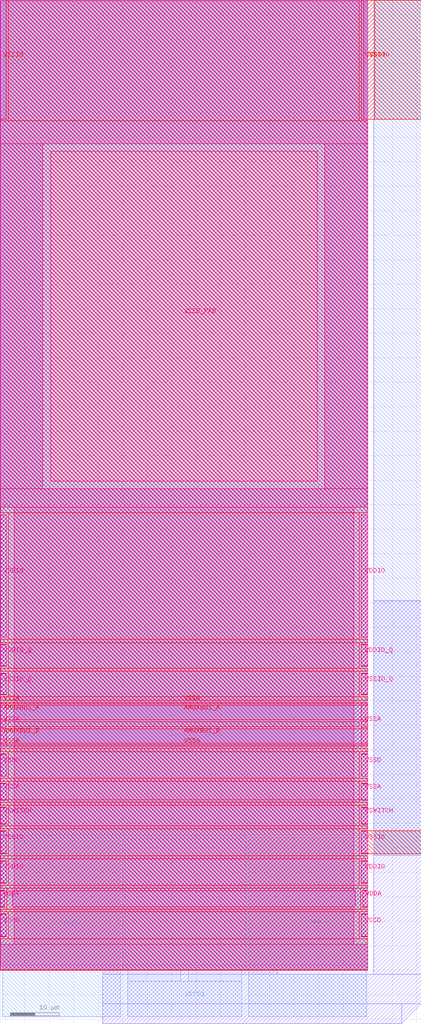
<source format=lef>
VERSION 5.7 ;
  NOWIREEXTENSIONATPIN ON ;
  DIVIDERCHAR "/" ;
  BUSBITCHARS "[]" ;
MACRO sky130_ef_io__vssd_lvc_clamped3_pad
  CLASS PAD POWER ;
  FOREIGN sky130_ef_io__vssd_lvc_clamped3_pad ;
  ORIGIN 0.000 0.000 ;
  SIZE 75.000 BY 197.965 ;
  PIN AMUXBUS_A
    DIRECTION INOUT ;
    USE SIGNAL ;
    PORT
      LAYER met4 ;
        RECT 0.000 51.090 75.000 54.070 ;
    END
    PORT
      LAYER met4 ;
        RECT 0.000 51.090 1.270 54.070 ;
    END
  END AMUXBUS_A
  PIN AMUXBUS_B
    DIRECTION INOUT ;
    USE SIGNAL ;
    PORT
      LAYER met4 ;
        RECT 0.000 46.330 75.000 49.310 ;
    END
    PORT
      LAYER met4 ;
        RECT 0.000 46.330 1.270 49.310 ;
    END
  END AMUXBUS_B
  PIN VSSD_PAD
    DIRECTION INOUT ;
    USE GROUND ;
    PORT
      LAYER met5 ;
        RECT 10.270 99.865 64.670 167.130 ;
    END
  END VSSD_PAD
  PIN VSSA
    DIRECTION INOUT ;
    USE GROUND ;
    PORT
      LAYER met5 ;
        RECT 73.730 45.700 75.000 54.700 ;
    END
    PORT
      LAYER met5 ;
        RECT 73.730 34.805 75.000 38.050 ;
    END
    PORT
      LAYER met5 ;
        RECT 0.000 45.700 1.270 54.700 ;
    END
    PORT
      LAYER met5 ;
        RECT 0.000 34.805 1.270 38.050 ;
    END
    PORT
      LAYER met4 ;
        RECT 73.730 49.610 75.000 50.790 ;
    END
    PORT
      LAYER met4 ;
        RECT 0.000 54.370 75.000 54.700 ;
    END
    PORT
      LAYER met4 ;
        RECT 0.000 45.700 75.000 46.030 ;
    END
    PORT
      LAYER met4 ;
        RECT 73.730 34.700 75.000 38.150 ;
    END
    PORT
      LAYER met4 ;
        RECT 0.000 45.700 1.270 46.030 ;
    END
    PORT
      LAYER met4 ;
        RECT 0.000 49.610 1.270 50.790 ;
    END
    PORT
      LAYER met4 ;
        RECT 0.000 54.370 1.270 54.700 ;
    END
    PORT
      LAYER met4 ;
        RECT 0.000 34.700 1.270 38.150 ;
    END
  END VSSA
  PIN VDDA
    DIRECTION INOUT ;
    USE POWER ;
    PORT
      LAYER met5 ;
        RECT 74.035 13.000 75.000 16.250 ;
    END
    PORT
      LAYER met5 ;
        RECT 0.000 13.000 0.965 16.250 ;
    END
    PORT
      LAYER met4 ;
        RECT 74.035 12.900 75.000 16.350 ;
    END
    PORT
      LAYER met4 ;
        RECT 0.000 12.900 0.965 16.350 ;
    END
  END VDDA
  PIN VSWITCH
    DIRECTION INOUT ;
    USE POWER ;
    PORT
      LAYER met5 ;
        RECT 73.730 29.950 75.000 33.200 ;
    END
    PORT
      LAYER met5 ;
        RECT 0.000 29.950 1.270 33.200 ;
    END
    PORT
      LAYER met4 ;
        RECT 73.730 29.850 75.000 33.300 ;
    END
    PORT
      LAYER met4 ;
        RECT 0.000 29.850 1.270 33.300 ;
    END
  END VSWITCH
  PIN VDDIO_Q
    DIRECTION INOUT ;
    USE POWER ;
    PORT
      LAYER met5 ;
        RECT 73.730 62.150 75.000 66.400 ;
    END
    PORT
      LAYER met5 ;
        RECT 0.000 62.150 1.270 66.400 ;
    END
    PORT
      LAYER met4 ;
        RECT 73.730 62.050 75.000 66.500 ;
    END
    PORT
      LAYER met4 ;
        RECT 0.000 62.050 1.270 66.500 ;
    END
  END VDDIO_Q
  PIN VDDIO
    DIRECTION INOUT ;
    USE POWER ;
    PORT
      LAYER met5 ;
        RECT 73.730 68.000 75.000 92.950 ;
    END
    PORT
      LAYER met5 ;
        RECT 73.730 17.850 75.000 22.300 ;
    END
    PORT
      LAYER met5 ;
        RECT 0.000 68.000 1.270 92.950 ;
    END
    PORT
      LAYER met5 ;
        RECT 0.000 17.850 1.270 22.300 ;
    END
    PORT
      LAYER met4 ;
        RECT 73.730 17.750 75.000 22.400 ;
    END
    PORT
      LAYER met4 ;
        RECT 73.730 68.000 75.000 92.965 ;
    END
    PORT
      LAYER met4 ;
        RECT 0.000 17.750 1.270 22.400 ;
    END
    PORT
      LAYER met4 ;
        RECT 0.000 68.000 1.270 92.965 ;
    END
  END VDDIO
  PIN VCCD
    DIRECTION INOUT ;
    USE POWER ;
    PORT
      LAYER met5 ;
        RECT 73.730 6.950 75.000 11.400 ;
    END
    PORT
      LAYER met5 ;
        RECT 0.000 6.950 1.270 11.400 ;
    END
    PORT
      LAYER met4 ;
        RECT 73.730 6.850 75.000 11.500 ;
    END
    PORT
      LAYER met4 ;
        RECT 0.000 6.850 1.270 11.500 ;
    END
  END VCCD
  PIN VSSIO
    DIRECTION INOUT ;
    USE GROUND ;
    PORT
      LAYER met4 ;
        RECT 74.225 173.750 76.470 197.965 ;
    END
    PORT
      LAYER met4 ;
        RECT 0.000 173.750 1.205 197.965 ;
    END
    PORT
      LAYER met5 ;
        RECT 73.730 23.900 75.000 28.350 ;
    END
    PORT
      LAYER met5 ;
        RECT 0.000 23.900 1.270 28.350 ;
    END
    PORT
      LAYER met4 ;
        RECT 73.730 23.800 75.000 28.450 ;
    END
    PORT
      LAYER met4 ;
        RECT 73.730 173.750 75.000 197.965 ;
    END
    PORT
      LAYER met4 ;
        RECT 0.000 173.750 1.270 197.965 ;
    END
    PORT
      LAYER met4 ;
        RECT 0.000 23.800 1.270 28.450 ;
    END
  END VSSIO
  PIN VSSD
    DIRECTION INOUT ;
    USE GROUND ;
    PORT
      LAYER met5 ;
        RECT 73.730 39.650 75.000 44.100 ;
    END
    PORT
      LAYER met5 ;
        RECT 0.000 39.650 1.270 44.100 ;
    END
    PORT
      LAYER met4 ;
        RECT 73.730 39.550 75.000 44.200 ;
    END
    PORT
      LAYER met4 ;
        RECT 0.000 39.550 1.270 44.200 ;
    END
  END VSSD
  PIN VSSIO_Q
    DIRECTION INOUT ;
    USE GROUND ;
    PORT
      LAYER met5 ;
        RECT 73.730 56.300 75.000 60.550 ;
    END
    PORT
      LAYER met5 ;
        RECT 0.000 56.300 1.270 60.550 ;
    END
    PORT
      LAYER met4 ;
        RECT 73.730 56.200 75.000 60.650 ;
    END
    PORT
      LAYER met4 ;
        RECT 0.000 56.200 1.270 60.650 ;
    END
  END VSSIO_Q
  PIN VSSD1
    DIRECTION INOUT ;
    USE GROUND ;
    PORT
      LAYER met3 ;
        RECT 0.500 -9.480 24.500 26.400 ;
    END
    PORT
      LAYER met3 ;
        RECT 50.755 -9.510 74.700 27.120 ;
    END
  END VSSD1
  PIN VCCD1
    DIRECTION INOUT ;
    USE POWER ;
    PORT
      LAYER met3 ;
        RECT 26.000 -9.490 49.255 -2.290 ;
    END
  END VCCD1
  OBS
      LAYER li1 ;
        RECT 0.240 0.985 74.755 197.745 ;
      LAYER met1 ;
        RECT 0.120 0.000 75.000 197.805 ;
        RECT 16.655 -0.035 56.565 0.000 ;
        RECT 20.925 -0.780 56.565 -0.035 ;
        RECT 76.200 -0.780 85.935 75.385 ;
        RECT 20.925 -6.885 85.935 -0.780 ;
        RECT 20.925 -10.885 81.935 -6.885 ;
        POLYGON 81.935 -6.885 85.935 -6.885 81.935 -10.885 ;
      LAYER met2 ;
        RECT 0.500 0.000 75.000 197.965 ;
        RECT 76.200 23.425 85.935 197.965 ;
        RECT 0.500 -0.035 20.495 0.000 ;
        RECT 20.925 -0.035 53.535 0.000 ;
        RECT 54.095 -0.035 74.700 0.000 ;
      LAYER met3 ;
        RECT 0.500 27.520 75.000 197.965 ;
        RECT 76.200 173.750 85.935 197.965 ;
        RECT 0.500 26.800 50.355 27.520 ;
        RECT 24.900 0.000 50.355 26.800 ;
        RECT 76.200 23.800 85.935 28.450 ;
        RECT 26.000 -2.290 36.880 0.000 ;
        RECT 38.380 -2.290 49.255 0.000 ;
      LAYER met4 ;
        RECT 1.670 173.350 73.330 197.965 ;
        RECT 76.470 173.750 85.935 197.965 ;
        RECT 0.000 93.365 75.000 173.350 ;
        RECT 1.670 67.600 73.330 93.365 ;
        RECT 0.000 66.900 75.000 67.600 ;
        RECT 1.670 61.650 73.330 66.900 ;
        RECT 0.000 61.050 75.000 61.650 ;
        RECT 1.670 55.800 73.330 61.050 ;
        RECT 0.000 55.100 75.000 55.800 ;
        RECT 1.670 49.710 73.330 50.690 ;
        RECT 0.000 44.600 75.000 45.300 ;
        RECT 1.670 39.150 73.330 44.600 ;
        RECT 0.000 38.550 75.000 39.150 ;
        RECT 1.670 34.300 73.330 38.550 ;
        RECT 0.000 33.700 75.000 34.300 ;
        RECT 1.670 29.450 73.330 33.700 ;
        RECT 0.000 28.850 75.000 29.450 ;
        RECT 1.670 23.400 73.330 28.850 ;
        RECT 75.000 23.800 85.935 28.450 ;
        RECT 0.000 22.800 75.000 23.400 ;
        RECT 1.670 17.350 73.330 22.800 ;
        RECT 0.000 16.750 75.000 17.350 ;
        RECT 1.365 12.500 73.635 16.750 ;
        RECT 0.000 11.900 75.000 12.500 ;
        RECT 1.670 6.450 73.330 11.900 ;
        RECT 0.000 0.000 75.000 6.450 ;
      LAYER met5 ;
        RECT 0.000 168.730 75.000 197.965 ;
        RECT 0.000 98.265 8.670 168.730 ;
        RECT 66.270 98.265 75.000 168.730 ;
        RECT 0.000 94.550 75.000 98.265 ;
        RECT 2.870 34.805 72.130 94.550 ;
        RECT 0.000 34.800 75.000 34.805 ;
        RECT 2.870 16.250 72.130 34.800 ;
        RECT 2.565 13.000 72.435 16.250 ;
        RECT 2.870 5.350 72.130 13.000 ;
        RECT 0.000 0.100 75.000 5.350 ;
  END
END sky130_ef_io__vssd_lvc_clamped3_pad
END LIBRARY


</source>
